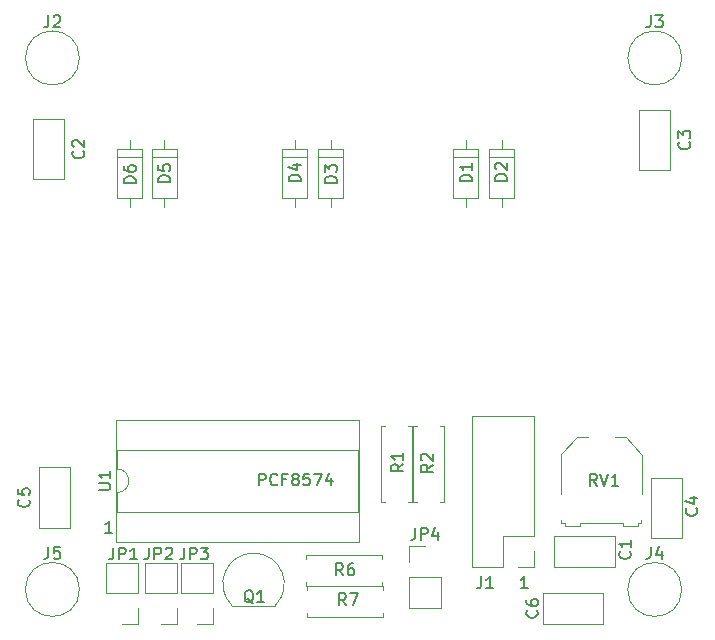
<source format=gbr>
G04 #@! TF.FileFunction,Legend,Top*
%FSLAX46Y46*%
G04 Gerber Fmt 4.6, Leading zero omitted, Abs format (unit mm)*
G04 Created by KiCad (PCBNEW 4.0.7) date 03/26/19 18:28:13*
%MOMM*%
%LPD*%
G01*
G04 APERTURE LIST*
%ADD10C,0.100000*%
%ADD11C,0.150000*%
%ADD12C,0.120000*%
G04 APERTURE END LIST*
D10*
D11*
X120046715Y-79192381D02*
X119475286Y-79192381D01*
X119761000Y-79192381D02*
X119761000Y-78192381D01*
X119665762Y-78335238D01*
X119570524Y-78430476D01*
X119475286Y-78478095D01*
X155225715Y-83891381D02*
X154654286Y-83891381D01*
X154940000Y-83891381D02*
X154940000Y-82891381D01*
X154844762Y-83034238D01*
X154749524Y-83129476D01*
X154654286Y-83177095D01*
X132477262Y-75191881D02*
X132477262Y-74191881D01*
X132858215Y-74191881D01*
X132953453Y-74239500D01*
X133001072Y-74287119D01*
X133048691Y-74382357D01*
X133048691Y-74525214D01*
X133001072Y-74620452D01*
X132953453Y-74668071D01*
X132858215Y-74715690D01*
X132477262Y-74715690D01*
X134048691Y-75096643D02*
X134001072Y-75144262D01*
X133858215Y-75191881D01*
X133762977Y-75191881D01*
X133620119Y-75144262D01*
X133524881Y-75049024D01*
X133477262Y-74953786D01*
X133429643Y-74763310D01*
X133429643Y-74620452D01*
X133477262Y-74429976D01*
X133524881Y-74334738D01*
X133620119Y-74239500D01*
X133762977Y-74191881D01*
X133858215Y-74191881D01*
X134001072Y-74239500D01*
X134048691Y-74287119D01*
X134810596Y-74668071D02*
X134477262Y-74668071D01*
X134477262Y-75191881D02*
X134477262Y-74191881D01*
X134953453Y-74191881D01*
X135477262Y-74620452D02*
X135382024Y-74572833D01*
X135334405Y-74525214D01*
X135286786Y-74429976D01*
X135286786Y-74382357D01*
X135334405Y-74287119D01*
X135382024Y-74239500D01*
X135477262Y-74191881D01*
X135667739Y-74191881D01*
X135762977Y-74239500D01*
X135810596Y-74287119D01*
X135858215Y-74382357D01*
X135858215Y-74429976D01*
X135810596Y-74525214D01*
X135762977Y-74572833D01*
X135667739Y-74620452D01*
X135477262Y-74620452D01*
X135382024Y-74668071D01*
X135334405Y-74715690D01*
X135286786Y-74810929D01*
X135286786Y-75001405D01*
X135334405Y-75096643D01*
X135382024Y-75144262D01*
X135477262Y-75191881D01*
X135667739Y-75191881D01*
X135762977Y-75144262D01*
X135810596Y-75096643D01*
X135858215Y-75001405D01*
X135858215Y-74810929D01*
X135810596Y-74715690D01*
X135762977Y-74668071D01*
X135667739Y-74620452D01*
X136762977Y-74191881D02*
X136286786Y-74191881D01*
X136239167Y-74668071D01*
X136286786Y-74620452D01*
X136382024Y-74572833D01*
X136620120Y-74572833D01*
X136715358Y-74620452D01*
X136762977Y-74668071D01*
X136810596Y-74763310D01*
X136810596Y-75001405D01*
X136762977Y-75096643D01*
X136715358Y-75144262D01*
X136620120Y-75191881D01*
X136382024Y-75191881D01*
X136286786Y-75144262D01*
X136239167Y-75096643D01*
X137143929Y-74191881D02*
X137810596Y-74191881D01*
X137382024Y-75191881D01*
X138620120Y-74525214D02*
X138620120Y-75191881D01*
X138382024Y-74144262D02*
X138143929Y-74858548D01*
X138762977Y-74858548D01*
D12*
X162600000Y-82082000D02*
X157480000Y-82082000D01*
X162600000Y-79462000D02*
X157480000Y-79462000D01*
X162600000Y-82082000D02*
X162600000Y-79462000D01*
X157480000Y-82082000D02*
X157480000Y-79462000D01*
X151047000Y-46708000D02*
X148927000Y-46708000D01*
X148927000Y-46708000D02*
X148927000Y-50828000D01*
X148927000Y-50828000D02*
X151047000Y-50828000D01*
X151047000Y-50828000D02*
X151047000Y-46708000D01*
X149987000Y-45938000D02*
X149987000Y-46708000D01*
X149987000Y-51598000D02*
X149987000Y-50828000D01*
X151047000Y-47368000D02*
X148927000Y-47368000D01*
X154095000Y-46708000D02*
X151975000Y-46708000D01*
X151975000Y-46708000D02*
X151975000Y-50828000D01*
X151975000Y-50828000D02*
X154095000Y-50828000D01*
X154095000Y-50828000D02*
X154095000Y-46708000D01*
X153035000Y-45938000D02*
X153035000Y-46708000D01*
X153035000Y-51598000D02*
X153035000Y-50828000D01*
X154095000Y-47368000D02*
X151975000Y-47368000D01*
X139617000Y-46708000D02*
X137497000Y-46708000D01*
X137497000Y-46708000D02*
X137497000Y-50828000D01*
X137497000Y-50828000D02*
X139617000Y-50828000D01*
X139617000Y-50828000D02*
X139617000Y-46708000D01*
X138557000Y-45938000D02*
X138557000Y-46708000D01*
X138557000Y-51598000D02*
X138557000Y-50828000D01*
X139617000Y-47368000D02*
X137497000Y-47368000D01*
X136569000Y-46708000D02*
X134449000Y-46708000D01*
X134449000Y-46708000D02*
X134449000Y-50828000D01*
X134449000Y-50828000D02*
X136569000Y-50828000D01*
X136569000Y-50828000D02*
X136569000Y-46708000D01*
X135509000Y-45938000D02*
X135509000Y-46708000D01*
X135509000Y-51598000D02*
X135509000Y-50828000D01*
X136569000Y-47368000D02*
X134449000Y-47368000D01*
X125520000Y-46708000D02*
X123400000Y-46708000D01*
X123400000Y-46708000D02*
X123400000Y-50828000D01*
X123400000Y-50828000D02*
X125520000Y-50828000D01*
X125520000Y-50828000D02*
X125520000Y-46708000D01*
X124460000Y-45938000D02*
X124460000Y-46708000D01*
X124460000Y-51598000D02*
X124460000Y-50828000D01*
X125520000Y-47368000D02*
X123400000Y-47368000D01*
X122599000Y-46708000D02*
X120479000Y-46708000D01*
X120479000Y-46708000D02*
X120479000Y-50828000D01*
X120479000Y-50828000D02*
X122599000Y-50828000D01*
X122599000Y-50828000D02*
X122599000Y-46708000D01*
X121539000Y-45938000D02*
X121539000Y-46708000D01*
X121539000Y-51598000D02*
X121539000Y-50828000D01*
X122599000Y-47368000D02*
X120479000Y-47368000D01*
X155762000Y-69282000D02*
X150562000Y-69282000D01*
X155762000Y-79502000D02*
X155762000Y-69282000D01*
X150562000Y-82102000D02*
X150562000Y-69282000D01*
X155762000Y-79502000D02*
X153162000Y-79502000D01*
X153162000Y-79502000D02*
X153162000Y-82102000D01*
X153162000Y-82102000D02*
X150562000Y-82102000D01*
X155762000Y-80772000D02*
X155762000Y-82102000D01*
X155762000Y-82102000D02*
X154432000Y-82102000D01*
X130229200Y-85365200D02*
X133829200Y-85365200D01*
X130190722Y-85353678D02*
G75*
G02X132029200Y-80915200I1838478J1838478D01*
G01*
X133867678Y-85353678D02*
G75*
G03X132029200Y-80915200I-1838478J1838478D01*
G01*
X145125000Y-70157900D02*
X145455000Y-70157900D01*
X145455000Y-70157900D02*
X145455000Y-76577900D01*
X145455000Y-76577900D02*
X145125000Y-76577900D01*
X143165000Y-70157900D02*
X142835000Y-70157900D01*
X142835000Y-70157900D02*
X142835000Y-76577900D01*
X142835000Y-76577900D02*
X143165000Y-76577900D01*
X147830100Y-70170600D02*
X148160100Y-70170600D01*
X148160100Y-70170600D02*
X148160100Y-76590600D01*
X148160100Y-76590600D02*
X147830100Y-76590600D01*
X145870100Y-70170600D02*
X145540100Y-70170600D01*
X145540100Y-70170600D02*
X145540100Y-76590600D01*
X145540100Y-76590600D02*
X145870100Y-76590600D01*
X142910000Y-83403000D02*
X142910000Y-83733000D01*
X142910000Y-83733000D02*
X136490000Y-83733000D01*
X136490000Y-83733000D02*
X136490000Y-83403000D01*
X142910000Y-81443000D02*
X142910000Y-81113000D01*
X142910000Y-81113000D02*
X136490000Y-81113000D01*
X136490000Y-81113000D02*
X136490000Y-81443000D01*
X142960800Y-86034440D02*
X142960800Y-86364440D01*
X142960800Y-86364440D02*
X136540800Y-86364440D01*
X136540800Y-86364440D02*
X136540800Y-86034440D01*
X142960800Y-84074440D02*
X142960800Y-83744440D01*
X142960800Y-83744440D02*
X136540800Y-83744440D01*
X136540800Y-83744440D02*
X136540800Y-84074440D01*
X164850000Y-78150000D02*
X164850000Y-78400000D01*
X164850000Y-78400000D02*
X164600000Y-78400000D01*
X164600000Y-78400000D02*
X164600000Y-78650000D01*
X164600000Y-78650000D02*
X163350000Y-78650000D01*
X163350000Y-78650000D02*
X163350000Y-78400000D01*
X163350000Y-78400000D02*
X159700000Y-78400000D01*
X159700000Y-78400000D02*
X159700000Y-78650000D01*
X159700000Y-78650000D02*
X158400000Y-78650000D01*
X158400000Y-78650000D02*
X158400000Y-78400000D01*
X158400000Y-78400000D02*
X158100000Y-78400000D01*
X158100000Y-78400000D02*
X158100000Y-78150000D01*
X162650000Y-71100000D02*
X163550000Y-71100000D01*
X163550000Y-71100000D02*
X164900000Y-72600000D01*
X164900000Y-72600000D02*
X164900000Y-75900000D01*
X158100000Y-75900000D02*
X158100000Y-72550000D01*
X158100000Y-72550000D02*
X159450000Y-71100000D01*
X159450000Y-71100000D02*
X160350000Y-71100000D01*
X120463000Y-73803000D02*
G75*
G02X120463000Y-75803000I0J-1000000D01*
G01*
X120463000Y-75803000D02*
X120463000Y-77453000D01*
X120463000Y-77453000D02*
X140903000Y-77453000D01*
X140903000Y-77453000D02*
X140903000Y-72153000D01*
X140903000Y-72153000D02*
X120463000Y-72153000D01*
X120463000Y-72153000D02*
X120463000Y-73803000D01*
X120403000Y-79943000D02*
X140963000Y-79943000D01*
X140963000Y-79943000D02*
X140963000Y-69663000D01*
X140963000Y-69663000D02*
X120403000Y-69663000D01*
X120403000Y-69663000D02*
X120403000Y-79943000D01*
X122234000Y-81728000D02*
X119574000Y-81728000D01*
X122234000Y-84328000D02*
X122234000Y-81728000D01*
X119574000Y-84328000D02*
X119574000Y-81728000D01*
X122234000Y-84328000D02*
X119574000Y-84328000D01*
X122234000Y-85598000D02*
X122234000Y-86928000D01*
X122234000Y-86928000D02*
X120904000Y-86928000D01*
X125536000Y-81728000D02*
X122876000Y-81728000D01*
X125536000Y-84328000D02*
X125536000Y-81728000D01*
X122876000Y-84328000D02*
X122876000Y-81728000D01*
X125536000Y-84328000D02*
X122876000Y-84328000D01*
X125536000Y-85598000D02*
X125536000Y-86928000D01*
X125536000Y-86928000D02*
X124206000Y-86928000D01*
X128584000Y-81728000D02*
X125924000Y-81728000D01*
X128584000Y-84328000D02*
X128584000Y-81728000D01*
X125924000Y-84328000D02*
X125924000Y-81728000D01*
X128584000Y-84328000D02*
X125924000Y-84328000D01*
X128584000Y-85598000D02*
X128584000Y-86928000D01*
X128584000Y-86928000D02*
X127254000Y-86928000D01*
X117286000Y-39000000D02*
G75*
G03X117286000Y-39000000I-2286000J0D01*
G01*
X168286000Y-39000000D02*
G75*
G03X168286000Y-39000000I-2286000J0D01*
G01*
X168286000Y-84000000D02*
G75*
G03X168286000Y-84000000I-2286000J0D01*
G01*
X117286000Y-84000000D02*
G75*
G03X117286000Y-84000000I-2286000J0D01*
G01*
X145228000Y-85531000D02*
X147888000Y-85531000D01*
X145228000Y-82931000D02*
X145228000Y-85531000D01*
X147888000Y-82931000D02*
X147888000Y-85531000D01*
X145228000Y-82931000D02*
X147888000Y-82931000D01*
X145228000Y-81661000D02*
X145228000Y-80331000D01*
X145228000Y-80331000D02*
X146558000Y-80331000D01*
X115991000Y-44156000D02*
X115991000Y-49276000D01*
X113371000Y-44156000D02*
X113371000Y-49276000D01*
X115991000Y-44156000D02*
X113371000Y-44156000D01*
X115991000Y-49276000D02*
X113371000Y-49276000D01*
X167299000Y-43394000D02*
X167299000Y-48514000D01*
X164679000Y-43394000D02*
X164679000Y-48514000D01*
X167299000Y-43394000D02*
X164679000Y-43394000D01*
X167299000Y-48514000D02*
X164679000Y-48514000D01*
X165695000Y-79669000D02*
X165695000Y-74549000D01*
X168315000Y-79669000D02*
X168315000Y-74549000D01*
X165695000Y-79669000D02*
X168315000Y-79669000D01*
X165695000Y-74549000D02*
X168315000Y-74549000D01*
X113879000Y-78780000D02*
X113879000Y-73660000D01*
X116499000Y-78780000D02*
X116499000Y-73660000D01*
X113879000Y-78780000D02*
X116499000Y-78780000D01*
X113879000Y-73660000D02*
X116499000Y-73660000D01*
X156525600Y-84288000D02*
X161645600Y-84288000D01*
X156525600Y-86908000D02*
X161645600Y-86908000D01*
X156525600Y-84288000D02*
X156525600Y-86908000D01*
X161645600Y-84288000D02*
X161645600Y-86908000D01*
D11*
X163882343Y-80786266D02*
X163929962Y-80833885D01*
X163977581Y-80976742D01*
X163977581Y-81071980D01*
X163929962Y-81214838D01*
X163834724Y-81310076D01*
X163739486Y-81357695D01*
X163549010Y-81405314D01*
X163406152Y-81405314D01*
X163215676Y-81357695D01*
X163120438Y-81310076D01*
X163025200Y-81214838D01*
X162977581Y-81071980D01*
X162977581Y-80976742D01*
X163025200Y-80833885D01*
X163072819Y-80786266D01*
X163977581Y-79833885D02*
X163977581Y-80405314D01*
X163977581Y-80119600D02*
X162977581Y-80119600D01*
X163120438Y-80214838D01*
X163215676Y-80310076D01*
X163263295Y-80405314D01*
X150502881Y-49442595D02*
X149502881Y-49442595D01*
X149502881Y-49204500D01*
X149550500Y-49061642D01*
X149645738Y-48966404D01*
X149740976Y-48918785D01*
X149931452Y-48871166D01*
X150074310Y-48871166D01*
X150264786Y-48918785D01*
X150360024Y-48966404D01*
X150455262Y-49061642D01*
X150502881Y-49204500D01*
X150502881Y-49442595D01*
X150502881Y-47918785D02*
X150502881Y-48490214D01*
X150502881Y-48204500D02*
X149502881Y-48204500D01*
X149645738Y-48299738D01*
X149740976Y-48394976D01*
X149788595Y-48490214D01*
X153487381Y-49379095D02*
X152487381Y-49379095D01*
X152487381Y-49141000D01*
X152535000Y-48998142D01*
X152630238Y-48902904D01*
X152725476Y-48855285D01*
X152915952Y-48807666D01*
X153058810Y-48807666D01*
X153249286Y-48855285D01*
X153344524Y-48902904D01*
X153439762Y-48998142D01*
X153487381Y-49141000D01*
X153487381Y-49379095D01*
X152582619Y-48426714D02*
X152535000Y-48379095D01*
X152487381Y-48283857D01*
X152487381Y-48045761D01*
X152535000Y-47950523D01*
X152582619Y-47902904D01*
X152677857Y-47855285D01*
X152773095Y-47855285D01*
X152915952Y-47902904D01*
X153487381Y-48474333D01*
X153487381Y-47855285D01*
X139072881Y-49569595D02*
X138072881Y-49569595D01*
X138072881Y-49331500D01*
X138120500Y-49188642D01*
X138215738Y-49093404D01*
X138310976Y-49045785D01*
X138501452Y-48998166D01*
X138644310Y-48998166D01*
X138834786Y-49045785D01*
X138930024Y-49093404D01*
X139025262Y-49188642D01*
X139072881Y-49331500D01*
X139072881Y-49569595D01*
X138072881Y-48664833D02*
X138072881Y-48045785D01*
X138453833Y-48379119D01*
X138453833Y-48236261D01*
X138501452Y-48141023D01*
X138549071Y-48093404D01*
X138644310Y-48045785D01*
X138882405Y-48045785D01*
X138977643Y-48093404D01*
X139025262Y-48141023D01*
X139072881Y-48236261D01*
X139072881Y-48521976D01*
X139025262Y-48617214D01*
X138977643Y-48664833D01*
X136012181Y-49455295D02*
X135012181Y-49455295D01*
X135012181Y-49217200D01*
X135059800Y-49074342D01*
X135155038Y-48979104D01*
X135250276Y-48931485D01*
X135440752Y-48883866D01*
X135583610Y-48883866D01*
X135774086Y-48931485D01*
X135869324Y-48979104D01*
X135964562Y-49074342D01*
X136012181Y-49217200D01*
X136012181Y-49455295D01*
X135345514Y-48026723D02*
X136012181Y-48026723D01*
X134964562Y-48264819D02*
X135678848Y-48502914D01*
X135678848Y-47883866D01*
X124963181Y-49506095D02*
X123963181Y-49506095D01*
X123963181Y-49268000D01*
X124010800Y-49125142D01*
X124106038Y-49029904D01*
X124201276Y-48982285D01*
X124391752Y-48934666D01*
X124534610Y-48934666D01*
X124725086Y-48982285D01*
X124820324Y-49029904D01*
X124915562Y-49125142D01*
X124963181Y-49268000D01*
X124963181Y-49506095D01*
X123963181Y-48029904D02*
X123963181Y-48506095D01*
X124439371Y-48553714D01*
X124391752Y-48506095D01*
X124344133Y-48410857D01*
X124344133Y-48172761D01*
X124391752Y-48077523D01*
X124439371Y-48029904D01*
X124534610Y-47982285D01*
X124772705Y-47982285D01*
X124867943Y-48029904D01*
X124915562Y-48077523D01*
X124963181Y-48172761D01*
X124963181Y-48410857D01*
X124915562Y-48506095D01*
X124867943Y-48553714D01*
X122042181Y-49607695D02*
X121042181Y-49607695D01*
X121042181Y-49369600D01*
X121089800Y-49226742D01*
X121185038Y-49131504D01*
X121280276Y-49083885D01*
X121470752Y-49036266D01*
X121613610Y-49036266D01*
X121804086Y-49083885D01*
X121899324Y-49131504D01*
X121994562Y-49226742D01*
X122042181Y-49369600D01*
X122042181Y-49607695D01*
X121042181Y-48179123D02*
X121042181Y-48369600D01*
X121089800Y-48464838D01*
X121137419Y-48512457D01*
X121280276Y-48607695D01*
X121470752Y-48655314D01*
X121851705Y-48655314D01*
X121946943Y-48607695D01*
X121994562Y-48560076D01*
X122042181Y-48464838D01*
X122042181Y-48274361D01*
X121994562Y-48179123D01*
X121946943Y-48131504D01*
X121851705Y-48083885D01*
X121613610Y-48083885D01*
X121518371Y-48131504D01*
X121470752Y-48179123D01*
X121423133Y-48274361D01*
X121423133Y-48464838D01*
X121470752Y-48560076D01*
X121518371Y-48607695D01*
X121613610Y-48655314D01*
X151304667Y-82891381D02*
X151304667Y-83605667D01*
X151257047Y-83748524D01*
X151161809Y-83843762D01*
X151018952Y-83891381D01*
X150923714Y-83891381D01*
X152304667Y-83891381D02*
X151733238Y-83891381D01*
X152018952Y-83891381D02*
X152018952Y-82891381D01*
X151923714Y-83034238D01*
X151828476Y-83129476D01*
X151733238Y-83177095D01*
X132010162Y-85180419D02*
X131914924Y-85132800D01*
X131819686Y-85037562D01*
X131676829Y-84894705D01*
X131581590Y-84847086D01*
X131486352Y-84847086D01*
X131533971Y-85085181D02*
X131438733Y-85037562D01*
X131343495Y-84942324D01*
X131295876Y-84751848D01*
X131295876Y-84418514D01*
X131343495Y-84228038D01*
X131438733Y-84132800D01*
X131533971Y-84085181D01*
X131724448Y-84085181D01*
X131819686Y-84132800D01*
X131914924Y-84228038D01*
X131962543Y-84418514D01*
X131962543Y-84751848D01*
X131914924Y-84942324D01*
X131819686Y-85037562D01*
X131724448Y-85085181D01*
X131533971Y-85085181D01*
X132914924Y-85085181D02*
X132343495Y-85085181D01*
X132629209Y-85085181D02*
X132629209Y-84085181D01*
X132533971Y-84228038D01*
X132438733Y-84323276D01*
X132343495Y-84370895D01*
X144704061Y-73399946D02*
X144227870Y-73733280D01*
X144704061Y-73971375D02*
X143704061Y-73971375D01*
X143704061Y-73590422D01*
X143751680Y-73495184D01*
X143799299Y-73447565D01*
X143894537Y-73399946D01*
X144037394Y-73399946D01*
X144132632Y-73447565D01*
X144180251Y-73495184D01*
X144227870Y-73590422D01*
X144227870Y-73971375D01*
X144704061Y-72447565D02*
X144704061Y-73018994D01*
X144704061Y-72733280D02*
X143704061Y-72733280D01*
X143846918Y-72828518D01*
X143942156Y-72923756D01*
X143989775Y-73018994D01*
X147200881Y-73445666D02*
X146724690Y-73779000D01*
X147200881Y-74017095D02*
X146200881Y-74017095D01*
X146200881Y-73636142D01*
X146248500Y-73540904D01*
X146296119Y-73493285D01*
X146391357Y-73445666D01*
X146534214Y-73445666D01*
X146629452Y-73493285D01*
X146677071Y-73540904D01*
X146724690Y-73636142D01*
X146724690Y-74017095D01*
X146296119Y-73064714D02*
X146248500Y-73017095D01*
X146200881Y-72921857D01*
X146200881Y-72683761D01*
X146248500Y-72588523D01*
X146296119Y-72540904D01*
X146391357Y-72493285D01*
X146486595Y-72493285D01*
X146629452Y-72540904D01*
X147200881Y-73112333D01*
X147200881Y-72493285D01*
X139609534Y-82799181D02*
X139276200Y-82322990D01*
X139038105Y-82799181D02*
X139038105Y-81799181D01*
X139419058Y-81799181D01*
X139514296Y-81846800D01*
X139561915Y-81894419D01*
X139609534Y-81989657D01*
X139609534Y-82132514D01*
X139561915Y-82227752D01*
X139514296Y-82275371D01*
X139419058Y-82322990D01*
X139038105Y-82322990D01*
X140466677Y-81799181D02*
X140276200Y-81799181D01*
X140180962Y-81846800D01*
X140133343Y-81894419D01*
X140038105Y-82037276D01*
X139990486Y-82227752D01*
X139990486Y-82608705D01*
X140038105Y-82703943D01*
X140085724Y-82751562D01*
X140180962Y-82799181D01*
X140371439Y-82799181D01*
X140466677Y-82751562D01*
X140514296Y-82703943D01*
X140561915Y-82608705D01*
X140561915Y-82370610D01*
X140514296Y-82275371D01*
X140466677Y-82227752D01*
X140371439Y-82180133D01*
X140180962Y-82180133D01*
X140085724Y-82227752D01*
X140038105Y-82275371D01*
X139990486Y-82370610D01*
X139838134Y-85329021D02*
X139504800Y-84852830D01*
X139266705Y-85329021D02*
X139266705Y-84329021D01*
X139647658Y-84329021D01*
X139742896Y-84376640D01*
X139790515Y-84424259D01*
X139838134Y-84519497D01*
X139838134Y-84662354D01*
X139790515Y-84757592D01*
X139742896Y-84805211D01*
X139647658Y-84852830D01*
X139266705Y-84852830D01*
X140171467Y-84329021D02*
X140838134Y-84329021D01*
X140409562Y-85329021D01*
X161101162Y-75229981D02*
X160767828Y-74753790D01*
X160529733Y-75229981D02*
X160529733Y-74229981D01*
X160910686Y-74229981D01*
X161005924Y-74277600D01*
X161053543Y-74325219D01*
X161101162Y-74420457D01*
X161101162Y-74563314D01*
X161053543Y-74658552D01*
X161005924Y-74706171D01*
X160910686Y-74753790D01*
X160529733Y-74753790D01*
X161386876Y-74229981D02*
X161720209Y-75229981D01*
X162053543Y-74229981D01*
X162910686Y-75229981D02*
X162339257Y-75229981D01*
X162624971Y-75229981D02*
X162624971Y-74229981D01*
X162529733Y-74372838D01*
X162434495Y-74468076D01*
X162339257Y-74515695D01*
X118915381Y-75564905D02*
X119724905Y-75564905D01*
X119820143Y-75517286D01*
X119867762Y-75469667D01*
X119915381Y-75374429D01*
X119915381Y-75183952D01*
X119867762Y-75088714D01*
X119820143Y-75041095D01*
X119724905Y-74993476D01*
X118915381Y-74993476D01*
X119915381Y-73993476D02*
X119915381Y-74564905D01*
X119915381Y-74279191D02*
X118915381Y-74279191D01*
X119058238Y-74374429D01*
X119153476Y-74469667D01*
X119201095Y-74564905D01*
X120166667Y-80452381D02*
X120166667Y-81166667D01*
X120119047Y-81309524D01*
X120023809Y-81404762D01*
X119880952Y-81452381D01*
X119785714Y-81452381D01*
X120642857Y-81452381D02*
X120642857Y-80452381D01*
X121023810Y-80452381D01*
X121119048Y-80500000D01*
X121166667Y-80547619D01*
X121214286Y-80642857D01*
X121214286Y-80785714D01*
X121166667Y-80880952D01*
X121119048Y-80928571D01*
X121023810Y-80976190D01*
X120642857Y-80976190D01*
X122166667Y-81452381D02*
X121595238Y-81452381D01*
X121880952Y-81452381D02*
X121880952Y-80452381D01*
X121785714Y-80595238D01*
X121690476Y-80690476D01*
X121595238Y-80738095D01*
X123166667Y-80452381D02*
X123166667Y-81166667D01*
X123119047Y-81309524D01*
X123023809Y-81404762D01*
X122880952Y-81452381D01*
X122785714Y-81452381D01*
X123642857Y-81452381D02*
X123642857Y-80452381D01*
X124023810Y-80452381D01*
X124119048Y-80500000D01*
X124166667Y-80547619D01*
X124214286Y-80642857D01*
X124214286Y-80785714D01*
X124166667Y-80880952D01*
X124119048Y-80928571D01*
X124023810Y-80976190D01*
X123642857Y-80976190D01*
X124595238Y-80547619D02*
X124642857Y-80500000D01*
X124738095Y-80452381D01*
X124976191Y-80452381D01*
X125071429Y-80500000D01*
X125119048Y-80547619D01*
X125166667Y-80642857D01*
X125166667Y-80738095D01*
X125119048Y-80880952D01*
X124547619Y-81452381D01*
X125166667Y-81452381D01*
X126166667Y-80452381D02*
X126166667Y-81166667D01*
X126119047Y-81309524D01*
X126023809Y-81404762D01*
X125880952Y-81452381D01*
X125785714Y-81452381D01*
X126642857Y-81452381D02*
X126642857Y-80452381D01*
X127023810Y-80452381D01*
X127119048Y-80500000D01*
X127166667Y-80547619D01*
X127214286Y-80642857D01*
X127214286Y-80785714D01*
X127166667Y-80880952D01*
X127119048Y-80928571D01*
X127023810Y-80976190D01*
X126642857Y-80976190D01*
X127547619Y-80452381D02*
X128166667Y-80452381D01*
X127833333Y-80833333D01*
X127976191Y-80833333D01*
X128071429Y-80880952D01*
X128119048Y-80928571D01*
X128166667Y-81023810D01*
X128166667Y-81261905D01*
X128119048Y-81357143D01*
X128071429Y-81404762D01*
X127976191Y-81452381D01*
X127690476Y-81452381D01*
X127595238Y-81404762D01*
X127547619Y-81357143D01*
X114666667Y-35404381D02*
X114666667Y-36118667D01*
X114619047Y-36261524D01*
X114523809Y-36356762D01*
X114380952Y-36404381D01*
X114285714Y-36404381D01*
X115095238Y-35499619D02*
X115142857Y-35452000D01*
X115238095Y-35404381D01*
X115476191Y-35404381D01*
X115571429Y-35452000D01*
X115619048Y-35499619D01*
X115666667Y-35594857D01*
X115666667Y-35690095D01*
X115619048Y-35832952D01*
X115047619Y-36404381D01*
X115666667Y-36404381D01*
X165666667Y-35404381D02*
X165666667Y-36118667D01*
X165619047Y-36261524D01*
X165523809Y-36356762D01*
X165380952Y-36404381D01*
X165285714Y-36404381D01*
X166047619Y-35404381D02*
X166666667Y-35404381D01*
X166333333Y-35785333D01*
X166476191Y-35785333D01*
X166571429Y-35832952D01*
X166619048Y-35880571D01*
X166666667Y-35975810D01*
X166666667Y-36213905D01*
X166619048Y-36309143D01*
X166571429Y-36356762D01*
X166476191Y-36404381D01*
X166190476Y-36404381D01*
X166095238Y-36356762D01*
X166047619Y-36309143D01*
X165666667Y-80404381D02*
X165666667Y-81118667D01*
X165619047Y-81261524D01*
X165523809Y-81356762D01*
X165380952Y-81404381D01*
X165285714Y-81404381D01*
X166571429Y-80737714D02*
X166571429Y-81404381D01*
X166333333Y-80356762D02*
X166095238Y-81071048D01*
X166714286Y-81071048D01*
X114666667Y-80404381D02*
X114666667Y-81118667D01*
X114619047Y-81261524D01*
X114523809Y-81356762D01*
X114380952Y-81404381D01*
X114285714Y-81404381D01*
X115619048Y-80404381D02*
X115142857Y-80404381D01*
X115095238Y-80880571D01*
X115142857Y-80832952D01*
X115238095Y-80785333D01*
X115476191Y-80785333D01*
X115571429Y-80832952D01*
X115619048Y-80880571D01*
X115666667Y-80975810D01*
X115666667Y-81213905D01*
X115619048Y-81309143D01*
X115571429Y-81356762D01*
X115476191Y-81404381D01*
X115238095Y-81404381D01*
X115142857Y-81356762D01*
X115095238Y-81309143D01*
X145724667Y-78783381D02*
X145724667Y-79497667D01*
X145677047Y-79640524D01*
X145581809Y-79735762D01*
X145438952Y-79783381D01*
X145343714Y-79783381D01*
X146200857Y-79783381D02*
X146200857Y-78783381D01*
X146581810Y-78783381D01*
X146677048Y-78831000D01*
X146724667Y-78878619D01*
X146772286Y-78973857D01*
X146772286Y-79116714D01*
X146724667Y-79211952D01*
X146677048Y-79259571D01*
X146581810Y-79307190D01*
X146200857Y-79307190D01*
X147629429Y-79116714D02*
X147629429Y-79783381D01*
X147391333Y-78735762D02*
X147153238Y-79450048D01*
X147772286Y-79450048D01*
X117598143Y-46882666D02*
X117645762Y-46930285D01*
X117693381Y-47073142D01*
X117693381Y-47168380D01*
X117645762Y-47311238D01*
X117550524Y-47406476D01*
X117455286Y-47454095D01*
X117264810Y-47501714D01*
X117121952Y-47501714D01*
X116931476Y-47454095D01*
X116836238Y-47406476D01*
X116741000Y-47311238D01*
X116693381Y-47168380D01*
X116693381Y-47073142D01*
X116741000Y-46930285D01*
X116788619Y-46882666D01*
X116788619Y-46501714D02*
X116741000Y-46454095D01*
X116693381Y-46358857D01*
X116693381Y-46120761D01*
X116741000Y-46025523D01*
X116788619Y-45977904D01*
X116883857Y-45930285D01*
X116979095Y-45930285D01*
X117121952Y-45977904D01*
X117693381Y-46549333D01*
X117693381Y-45930285D01*
X168906143Y-46120666D02*
X168953762Y-46168285D01*
X169001381Y-46311142D01*
X169001381Y-46406380D01*
X168953762Y-46549238D01*
X168858524Y-46644476D01*
X168763286Y-46692095D01*
X168572810Y-46739714D01*
X168429952Y-46739714D01*
X168239476Y-46692095D01*
X168144238Y-46644476D01*
X168049000Y-46549238D01*
X168001381Y-46406380D01*
X168001381Y-46311142D01*
X168049000Y-46168285D01*
X168096619Y-46120666D01*
X168001381Y-45787333D02*
X168001381Y-45168285D01*
X168382333Y-45501619D01*
X168382333Y-45358761D01*
X168429952Y-45263523D01*
X168477571Y-45215904D01*
X168572810Y-45168285D01*
X168810905Y-45168285D01*
X168906143Y-45215904D01*
X168953762Y-45263523D01*
X169001381Y-45358761D01*
X169001381Y-45644476D01*
X168953762Y-45739714D01*
X168906143Y-45787333D01*
X169521143Y-77128666D02*
X169568762Y-77176285D01*
X169616381Y-77319142D01*
X169616381Y-77414380D01*
X169568762Y-77557238D01*
X169473524Y-77652476D01*
X169378286Y-77700095D01*
X169187810Y-77747714D01*
X169044952Y-77747714D01*
X168854476Y-77700095D01*
X168759238Y-77652476D01*
X168664000Y-77557238D01*
X168616381Y-77414380D01*
X168616381Y-77319142D01*
X168664000Y-77176285D01*
X168711619Y-77128666D01*
X168949714Y-76271523D02*
X169616381Y-76271523D01*
X168568762Y-76509619D02*
X169283048Y-76747714D01*
X169283048Y-76128666D01*
X112986143Y-76386666D02*
X113033762Y-76434285D01*
X113081381Y-76577142D01*
X113081381Y-76672380D01*
X113033762Y-76815238D01*
X112938524Y-76910476D01*
X112843286Y-76958095D01*
X112652810Y-77005714D01*
X112509952Y-77005714D01*
X112319476Y-76958095D01*
X112224238Y-76910476D01*
X112129000Y-76815238D01*
X112081381Y-76672380D01*
X112081381Y-76577142D01*
X112129000Y-76434285D01*
X112176619Y-76386666D01*
X112081381Y-75481904D02*
X112081381Y-75958095D01*
X112557571Y-76005714D01*
X112509952Y-75958095D01*
X112462333Y-75862857D01*
X112462333Y-75624761D01*
X112509952Y-75529523D01*
X112557571Y-75481904D01*
X112652810Y-75434285D01*
X112890905Y-75434285D01*
X112986143Y-75481904D01*
X113033762Y-75529523D01*
X113081381Y-75624761D01*
X113081381Y-75862857D01*
X113033762Y-75958095D01*
X112986143Y-76005714D01*
X156008343Y-85764666D02*
X156055962Y-85812285D01*
X156103581Y-85955142D01*
X156103581Y-86050380D01*
X156055962Y-86193238D01*
X155960724Y-86288476D01*
X155865486Y-86336095D01*
X155675010Y-86383714D01*
X155532152Y-86383714D01*
X155341676Y-86336095D01*
X155246438Y-86288476D01*
X155151200Y-86193238D01*
X155103581Y-86050380D01*
X155103581Y-85955142D01*
X155151200Y-85812285D01*
X155198819Y-85764666D01*
X155103581Y-84907523D02*
X155103581Y-85098000D01*
X155151200Y-85193238D01*
X155198819Y-85240857D01*
X155341676Y-85336095D01*
X155532152Y-85383714D01*
X155913105Y-85383714D01*
X156008343Y-85336095D01*
X156055962Y-85288476D01*
X156103581Y-85193238D01*
X156103581Y-85002761D01*
X156055962Y-84907523D01*
X156008343Y-84859904D01*
X155913105Y-84812285D01*
X155675010Y-84812285D01*
X155579771Y-84859904D01*
X155532152Y-84907523D01*
X155484533Y-85002761D01*
X155484533Y-85193238D01*
X155532152Y-85288476D01*
X155579771Y-85336095D01*
X155675010Y-85383714D01*
M02*

</source>
